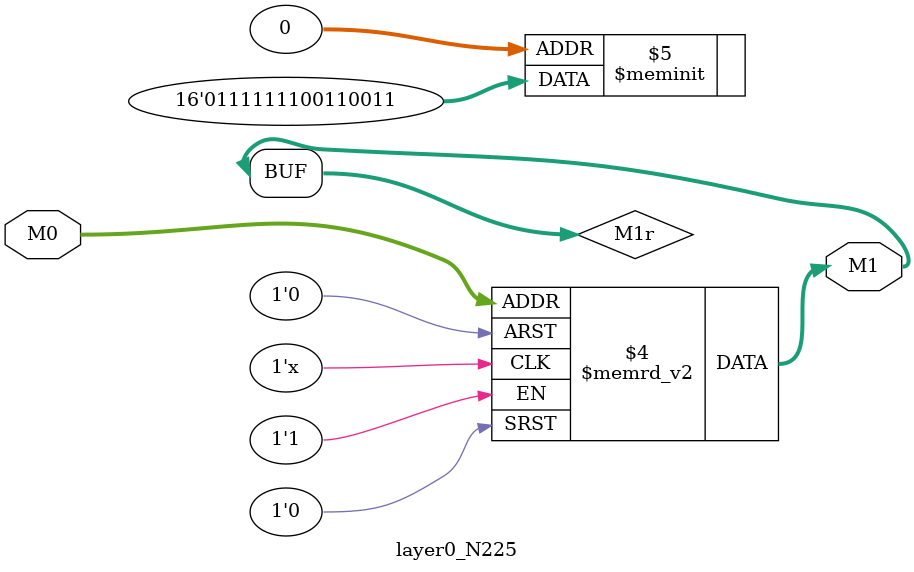
<source format=v>
module layer0_N225 ( input [2:0] M0, output [1:0] M1 );

	(*rom_style = "distributed" *) reg [1:0] M1r;
	assign M1 = M1r;
	always @ (M0) begin
		case (M0)
			3'b000: M1r = 2'b11;
			3'b100: M1r = 2'b11;
			3'b010: M1r = 2'b11;
			3'b110: M1r = 2'b11;
			3'b001: M1r = 2'b00;
			3'b101: M1r = 2'b11;
			3'b011: M1r = 2'b00;
			3'b111: M1r = 2'b01;

		endcase
	end
endmodule

</source>
